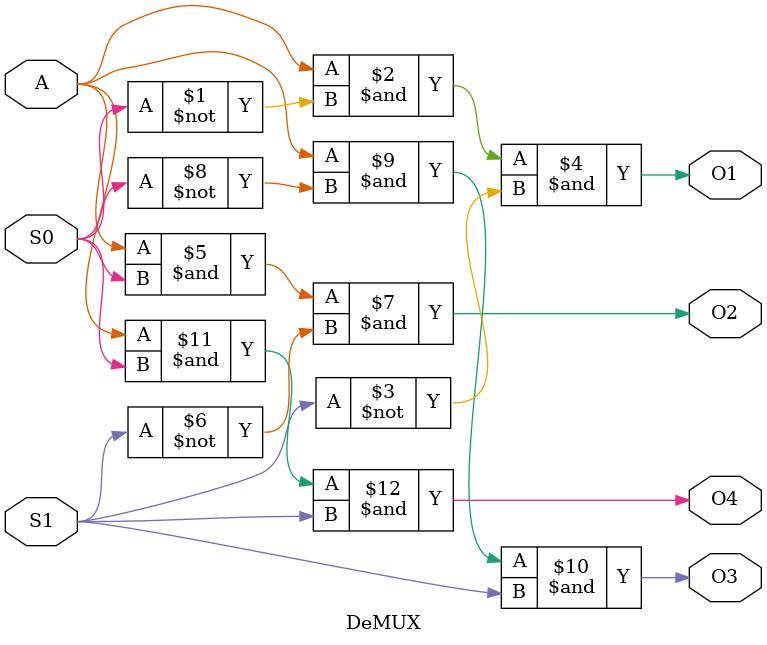
<source format=v>
`timescale 1ns / 1ps


module DeMUX(
    input A, S0, S1,
    output O1, O2, O3, O4
    );
    
    assign O1=A&~S0&~S1;
    assign O2=A&S0&~S1;
    assign O3=A&~S0&S1;
    assign O4=A&S0&S1;
endmodule

</source>
